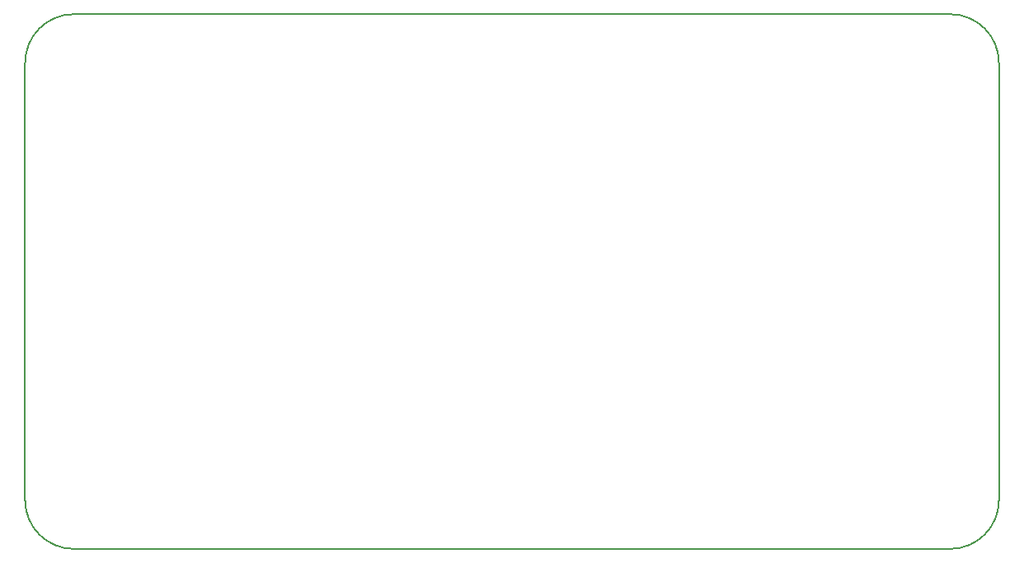
<source format=gbr>
G04 #@! TF.FileFunction,Profile,NP*
%FSLAX46Y46*%
G04 Gerber Fmt 4.6, Leading zero omitted, Abs format (unit mm)*
G04 Created by KiCad (PCBNEW 4.0.1-stable) date Tuesday, May 03, 2016 'AMt' 11:53:51 AM*
%MOMM*%
G01*
G04 APERTURE LIST*
%ADD10C,0.150000*%
G04 APERTURE END LIST*
D10*
X265000000Y-50000000D02*
G75*
G03X260000000Y-45000000I-5000000J0D01*
G01*
X260000000Y-100000000D02*
G75*
G03X265000000Y-95000000I0J5000000D01*
G01*
X165000000Y-95000000D02*
G75*
G03X170000000Y-100000000I5000000J0D01*
G01*
X170000000Y-45000000D02*
G75*
G03X165000000Y-50000000I0J-5000000D01*
G01*
X165000000Y-95000000D02*
X165000000Y-50000000D01*
X260000000Y-100000000D02*
X170000000Y-100000000D01*
X265000000Y-50000000D02*
X265000000Y-95000000D01*
X170000000Y-45000000D02*
X260000000Y-45000000D01*
M02*

</source>
